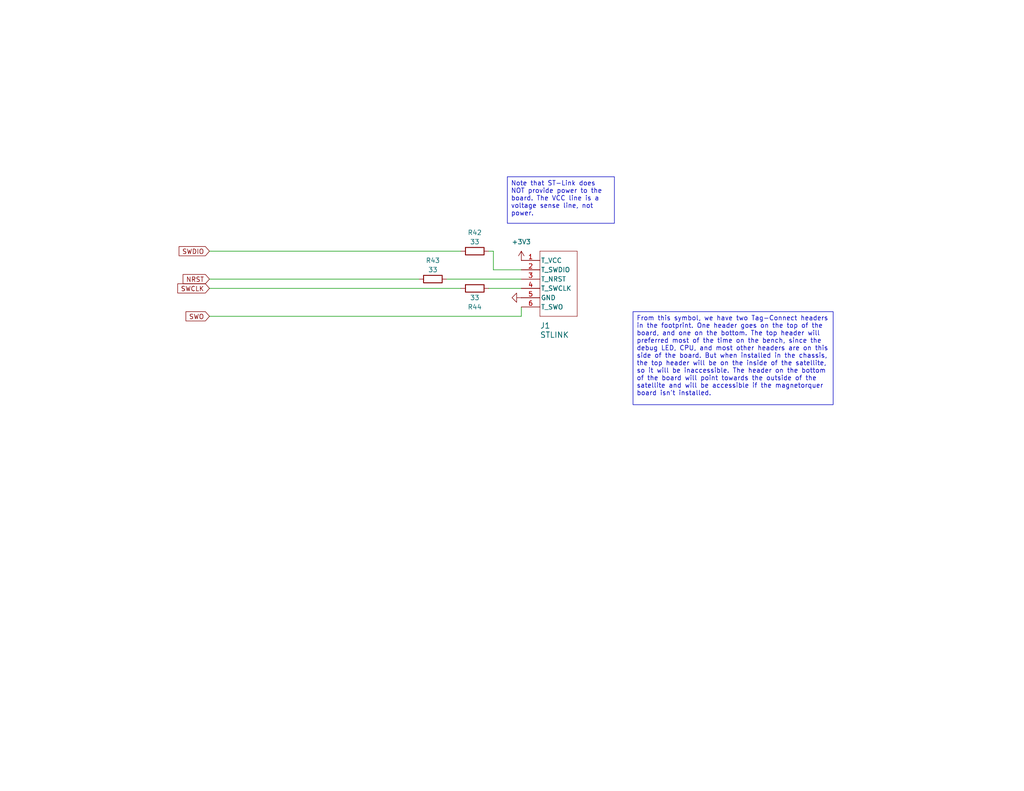
<source format=kicad_sch>
(kicad_sch (version 20231120) (generator "eeschema") (generator_version "8.0")
  (paper "USLetter")
  (lib_symbols
    (symbol "Device:R" (pin_numbers hide) (pin_names (offset 0))
      (property "Reference" "R" (at 2.032 0 90))
      (property "Value" "R" (at 0 0 90))
      (symbol "R_0_1"
        (rectangle (start -1.016 -2.54) (end 1.016 2.54) (stroke (width 0.254)))
      )
      (symbol "R_1_1"
        (pin passive line (at 0 3.81 270) (length 1.27) (name "~") (number "1"))
        (pin passive line (at 0 -3.81 90) (length 1.27) (name "~") (number "2"))
      )
    )
    (symbol "TVSC:STLINK_TagConnect_6" (pin_names (offset 0.254)) (in_bom no)
      (property "Reference" "J" (at 0 6.35 0))
      (property "Value" "STLINK_TagConnect_6" (at 0 -15.24 0))
      (symbol "STLINK_TagConnect_6_1_1"
        (polyline (pts (xy -5.08 -12.7) (xy 5.08 -12.7)) (stroke (width 0.127)))
        (polyline (pts (xy -5.08 5.08) (xy -5.08 -12.7)) (stroke (width 0.127)))
        (polyline (pts (xy 5.08 -12.7) (xy 5.08 5.08)) (stroke (width 0.127)))
        (polyline (pts (xy 5.08 5.08) (xy -5.08 5.08)) (stroke (width 0.127)))
        (pin power_in line (at -10.16 2.54 0) (length 5.08) (name "T_VCC") (number "1"))
        (pin bidirectional line (at -10.16 0 0) (length 5.08) (name "T_SWDIO") (number "2"))
        (pin open_collector line (at -10.16 -2.54 0) (length 5.08) (name "T_NRST") (number "3"))
        (pin output line (at -10.16 -5.08 0) (length 5.08) (name "T_SWCLK") (number "4"))
        (pin power_in line (at -10.16 -7.62 0) (length 5.08) (name "GND") (number "5"))
        (pin input line (at -10.16 -10.16 0) (length 5.08) (name "T_SWO") (number "6"))
      )
      (symbol "STLINK_TagConnect_6_1_2"
        (polyline (pts (xy 5.08 -20.32) (xy 12.7 -20.32)) (stroke (width 0.127)))
        (polyline (pts (xy 5.08 2.54) (xy 5.08 -20.32)) (stroke (width 0.127)))
        (polyline (pts (xy 7.62 -17.78) (xy 5.08 -17.78)) (stroke (width 0.127)))
        (polyline (pts (xy 7.62 -17.78) (xy 8.89 -18.6267)) (stroke (width 0.127)))
        (polyline (pts (xy 7.62 -17.78) (xy 8.89 -16.9333)) (stroke (width 0.127)))
        (polyline (pts (xy 7.62 -15.24) (xy 5.08 -15.24)) (stroke (width 0.127)))
        (polyline (pts (xy 7.62 -15.24) (xy 8.89 -16.0867)) (stroke (width 0.127)))
        (polyline (pts (xy 7.62 -15.24) (xy 8.89 -14.3933)) (stroke (width 0.127)))
        (polyline (pts (xy 7.62 -12.7) (xy 5.08 -12.7)) (stroke (width 0.127)))
        (polyline (pts (xy 7.62 -12.7) (xy 8.89 -13.5467)) (stroke (width 0.127)))
        (polyline (pts (xy 7.62 -12.7) (xy 8.89 -11.8533)) (stroke (width 0.127)))
        (polyline (pts (xy 7.62 -10.16) (xy 5.08 -10.16)) (stroke (width 0.127)))
        (polyline (pts (xy 7.62 -10.16) (xy 8.89 -11.0067)) (stroke (width 0.127)))
        (polyline (pts (xy 7.62 -10.16) (xy 8.89 -9.3133)) (stroke (width 0.127)))
        (polyline (pts (xy 7.62 -7.62) (xy 5.08 -7.62)) (stroke (width 0.127)))
        (polyline (pts (xy 7.62 -7.62) (xy 8.89 -8.4667)) (stroke (width 0.127)))
        (polyline (pts (xy 7.62 -7.62) (xy 8.89 -6.7733)) (stroke (width 0.127)))
        (polyline (pts (xy 7.62 -5.08) (xy 5.08 -5.08)) (stroke (width 0.127)))
        (polyline (pts (xy 7.62 -5.08) (xy 8.89 -5.9267)) (stroke (width 0.127)))
        (polyline (pts (xy 7.62 -5.08) (xy 8.89 -4.2333)) (stroke (width 0.127)))
        (polyline (pts (xy 7.62 -2.54) (xy 5.08 -2.54)) (stroke (width 0.127)))
        (polyline (pts (xy 7.62 -2.54) (xy 8.89 -3.3867)) (stroke (width 0.127)))
        (polyline (pts (xy 7.62 -2.54) (xy 8.89 -1.6933)) (stroke (width 0.127)))
        (polyline (pts (xy 7.62 0) (xy 5.08 0)) (stroke (width 0.127)))
        (polyline (pts (xy 7.62 0) (xy 8.89 -0.8467)) (stroke (width 0.127)))
        (polyline (pts (xy 7.62 0) (xy 8.89 0.8467)) (stroke (width 0.127)))
        (polyline (pts (xy 12.7 -20.32) (xy 12.7 2.54)) (stroke (width 0.127)))
        (polyline (pts (xy 12.7 2.54) (xy 5.08 2.54)) (stroke (width 0.127)))
        (pin unspecified line (at 0 0 0) (length 5.08) (name "1") (number "1"))
        (pin unspecified line (at 0 -2.54 0) (length 5.08) (name "2") (number "2"))
        (pin unspecified line (at 0 -5.08 0) (length 5.08) (name "3") (number "3"))
        (pin unspecified line (at 0 -7.62 0) (length 5.08) (name "4") (number "4"))
        (pin unspecified line (at 0 -10.16 0) (length 5.08) (name "5") (number "5"))
        (pin unspecified line (at 0 -12.7 0) (length 5.08) (name "6") (number "6"))
        (pin unspecified line (at 0 -15.24 0) (length 5.08) (name "7") (number "7"))
        (pin unspecified line (at 0 -17.78 0) (length 5.08) (name "8") (number "8"))
      )
    )
    (symbol "power:+3V3" (power) (pin_numbers hide) (pin_names (offset 0) hide)
      (property "Value" "+3V3" (at 0 3.556 0))
      (symbol "+3V3_0_1"
        (polyline (pts (xy -0.762 1.27) (xy 0 2.54)))
        (polyline (pts (xy 0 0) (xy 0 2.54)))
        (polyline (pts (xy 0 2.54) (xy 0.762 1.27)))
      )
      (symbol "+3V3_1_1"
        (pin power_in line (at 0 0 90) (length 0) (name "~") (number "1"))
      )
    )
    (symbol "power:GND" (power) (pin_numbers hide) (pin_names (offset 0) hide)
      (property "Value" "GND" (at 0 -3.81 0))
      (symbol "GND_0_1"
        (polyline (pts (xy 0 0) (xy 0 -1.27) (xy 1.27 -1.27) (xy 0 -2.54) (xy -1.27 -1.27) (xy 0 -1.27)))
      )
      (symbol "GND_1_1"
        (pin power_in line (at 0 0 270) (length 0) (name "~") (number "1"))
      )
    )
  )
  (wire (pts (xy 133.35 78.74) (xy 142.24 78.74)))
  (wire (pts (xy 57.15 76.2) (xy 114.3 76.2)))
  (wire (pts (xy 134.62 68.58) (xy 134.62 73.66)))
  (wire (pts (xy 57.15 78.74) (xy 125.73 78.74)))
  (wire (pts (xy 134.62 73.66) (xy 142.24 73.66)))
  (wire (pts (xy 133.35 68.58) (xy 134.62 68.58)))
  (wire (pts (xy 57.15 86.36) (xy 142.24 86.36)))
  (wire (pts (xy 121.92 76.2) (xy 142.24 76.2)))
  (wire (pts (xy 57.15 68.58) (xy 125.73 68.58)))
  (wire (pts (xy 142.24 86.36) (xy 142.24 83.82)))
  (text_box "Note that ST-Link does NOT provide power to the board. The VCC line is a voltage sense line, not power." (at 138.43 48.26 0) (size 29.21 12.7) (effects (font (size 1.27 1.27)) (justify left top)))
  (text_box "From this symbol, we have two Tag-Connect headers in the footprint. One header goes on the top of the board, and one on the bottom. The top header will preferred most of the time on the bench, since the debug LED, CPU, and most other headers are on this side of the board. But when installed in the chassis, the top header will be on the inside of the satellite, so it will be inaccessible. The header on the bottom of the board will point towards the outside of the satellite and will be accessible if the magnetorquer board isn't installed." (at 172.72 85.09 0) (size 54.61 25.4) (effects (font (size 1.27 1.27)) (justify left top)))
  (global_label "SWCLK" (shape input) (at 57.15 78.74 180) (property "Intersheetrefs" "${INTERSHEET_REFS}" (effects (hide yes))))
  (global_label "SWDIO" (shape input) (at 57.15 68.58 180) (property "Intersheetrefs" "${INTERSHEET_REFS}" (effects (hide yes))))
  (global_label "NRST" (shape input) (at 57.15 76.2 180) (property "Intersheetrefs" "${INTERSHEET_REFS}" (effects (hide yes))))
  (global_label "SWO" (shape input) (at 57.15 86.36 180) (property "Intersheetrefs" "${INTERSHEET_REFS}" (effects (hide yes))))
  (symbol (lib_id "Device:R") (at 129.54 78.74 90) (mirror x) (unit 1)
    (property "Reference" "R44" (at 129.54 83.82 90))
    (property "Value" "33" (at 129.54 81.28 90))
    (property "Footprint" "footprints:Nondescript_R_0402_1005Metric" (effects (hide yes)))
    (property "Active" "Y" (effects (hide yes)))
    (property "Basic or Extended Component" "Basic" (effects (hide yes)))
    (property "MPN" "C25105" (effects (hide yes)))
    (property "Manufacturer" "UNI-ROYAL(Uniroyal Elec)" (effects (hide yes)))
    (property "Manufacturer Part Number" "0402WGF330JTCE" (effects (hide yes)))
  )
  (symbol (lib_id "Device:R") (at 118.11 76.2 90) (mirror x) (unit 1)
    (property "Reference" "R43" (at 118.11 71.12 90))
    (property "Value" "33" (at 118.11 73.66 90))
    (property "Footprint" "footprints:Nondescript_R_0402_1005Metric" (effects (hide yes)))
    (property "Active" "Y" (effects (hide yes)))
    (property "Basic or Extended Component" "Basic" (effects (hide yes)))
    (property "MPN" "C25105" (effects (hide yes)))
    (property "Manufacturer" "UNI-ROYAL(Uniroyal Elec)" (effects (hide yes)))
    (property "Manufacturer Part Number" "0402WGF330JTCE" (effects (hide yes)))
  )
  (symbol (lib_id "TVSC:STLINK_TagConnect_6") (at 152.4 73.66 0) (unit 1) (in_bom no)
    (property "Reference" "J1" (at 147.32 88.9 0) (effects (font (size 1.524 1.524)) (justify left)))
    (property "Value" "STLINK" (at 147.32 91.44 0) (effects (font (size 1.524 1.524)) (justify left)))
    (property "Footprint" "footprints:Double-Sided_Tag-Connect_TC2030-IDC-NL_2x03_P1.27mm_Vertical" (effects (hide yes)))
    (property "Datasheet" "https://www.tag-connect.com/wp-content/uploads/bsk-pdf-manager/TC2030-CTX_1.pdf" (effects (hide yes)))
    (property "MPN" "NA" (effects (hide yes)))
    (property "Active" "Y" (effects (hide yes)))
  )
  (symbol (lib_id "Device:R") (at 129.54 68.58 90) (unit 1)
    (property "Reference" "R42" (at 129.54 63.5 90))
    (property "Value" "33" (at 129.54 66.04 90))
    (property "Footprint" "footprints:Nondescript_R_0402_1005Metric" (effects (hide yes)))
    (property "Active" "Y" (effects (hide yes)))
    (property "Basic or Extended Component" "Basic" (effects (hide yes)))
    (property "MPN" "C25105" (effects (hide yes)))
    (property "Manufacturer" "UNI-ROYAL(Uniroyal Elec)" (effects (hide yes)))
    (property "Manufacturer Part Number" "0402WGF330JTCE" (effects (hide yes)))
  )
  (symbol (lib_id "power:+3V3") (at 142.24 71.12 0) (unit 1)
    (property "Reference" "#PWR02" (effects (hide yes)))
    (property "Value" "+3V3" (at 142.24 66.04 0))
  )
  (symbol (lib_id "power:GND") (at 142.24 81.28 270) (unit 1)
    (property "Reference" "#PWR08" (effects (hide yes)))
    (property "Value" "GND" (effects (hide yes)))
  )
)
</source>
